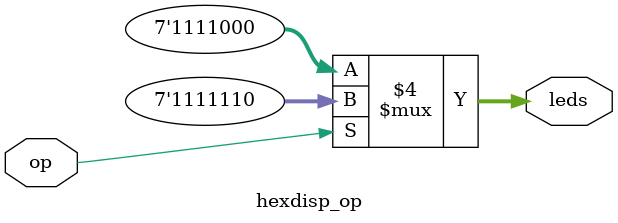
<source format=v>
module hexdisp_op(op, leds);
	input op;
	output reg [0:6] leds;
	always @(op)
		if (op == 0) begin
			leds = 7'b1111000; 
		end else begin 
			leds = 7'b1111110; 
		end
endmodule
</source>
